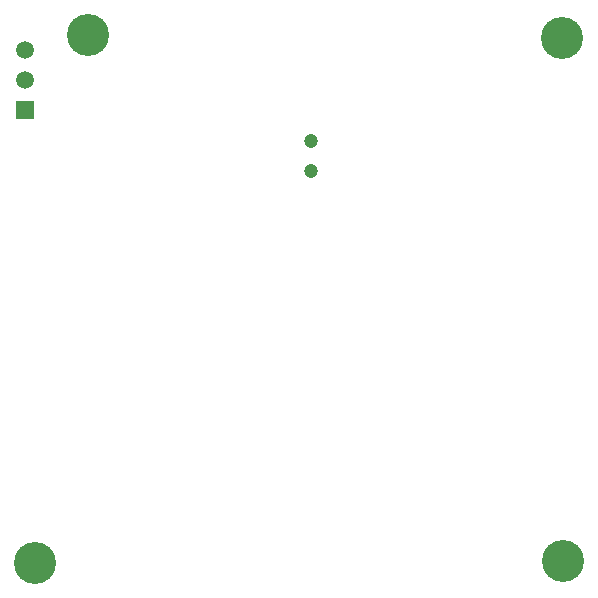
<source format=gbl>
G04*
G04 #@! TF.GenerationSoftware,Altium Limited,Altium Designer,21.6.4 (81)*
G04*
G04 Layer_Physical_Order=2*
G04 Layer_Color=16711680*
%FSLAX25Y25*%
%MOIN*%
G70*
G04*
G04 #@! TF.SameCoordinates,A100BF9E-4997-418F-BECE-E597615EEDA1*
G04*
G04*
G04 #@! TF.FilePolarity,Positive*
G04*
G01*
G75*
%ADD20C,0.14000*%
%ADD21C,0.04724*%
%ADD22R,0.05906X0.05906*%
%ADD23C,0.05906*%
D20*
X29000Y188000D02*
D03*
X187000Y187000D02*
D03*
X187500Y12500D02*
D03*
X11500Y12000D02*
D03*
D21*
X103500Y152500D02*
D03*
Y142500D02*
D03*
D22*
X8000Y163000D02*
D03*
D23*
Y173000D02*
D03*
Y183000D02*
D03*
M02*

</source>
